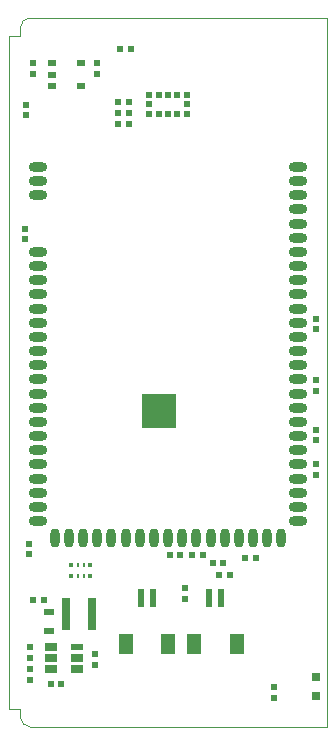
<source format=gtp>
G04*
G04 #@! TF.GenerationSoftware,Altium Limited,Altium Designer,21.0.8 (223)*
G04*
G04 Layer_Color=8421504*
%FSLAX44Y44*%
%MOMM*%
G71*
G04*
G04 #@! TF.SameCoordinates,BC6D3639-D4A0-4107-B96B-A8576DDDF865*
G04*
G04*
G04 #@! TF.FilePolarity,Positive*
G04*
G01*
G75*
%ADD13C,0.1000*%
G04:AMPARAMS|DCode=18|XSize=1.6mm|YSize=0.8mm|CornerRadius=0.4mm|HoleSize=0mm|Usage=FLASHONLY|Rotation=0.000|XOffset=0mm|YOffset=0mm|HoleType=Round|Shape=RoundedRectangle|*
%AMROUNDEDRECTD18*
21,1,1.6000,0.0000,0,0,0.0*
21,1,0.8000,0.8000,0,0,0.0*
1,1,0.8000,0.4000,0.0000*
1,1,0.8000,-0.4000,0.0000*
1,1,0.8000,-0.4000,0.0000*
1,1,0.8000,0.4000,0.0000*
%
%ADD18ROUNDEDRECTD18*%
G04:AMPARAMS|DCode=19|XSize=0.8mm|YSize=1.6mm|CornerRadius=0.4mm|HoleSize=0mm|Usage=FLASHONLY|Rotation=0.000|XOffset=0mm|YOffset=0mm|HoleType=Round|Shape=RoundedRectangle|*
%AMROUNDEDRECTD19*
21,1,0.8000,0.8000,0,0,0.0*
21,1,0.0000,1.6000,0,0,0.0*
1,1,0.8000,0.0000,-0.4000*
1,1,0.8000,0.0000,-0.4000*
1,1,0.8000,0.0000,0.4000*
1,1,0.8000,0.0000,0.4000*
%
%ADD19ROUNDEDRECTD19*%
%ADD20R,3.0000X3.0000*%
%ADD21R,0.5500X0.5500*%
%ADD22R,0.7000X0.7000*%
%ADD23R,0.5500X0.5500*%
%ADD24R,0.3500X0.4500*%
%ADD25R,0.2500X0.4500*%
%ADD26R,0.9500X0.5500*%
%ADD27R,1.2000X1.8000*%
%ADD28R,0.6000X1.5500*%
%ADD29R,0.8000X0.5500*%
%ADD30R,1.0600X0.6500*%
%ADD31R,1.0600X0.6000*%
%ADD32R,0.8000X2.7000*%
%ADD33R,0.5000X0.5000*%
D13*
X10000Y8000D02*
G03*
X18000Y0I8000J0D01*
G01*
Y600000D02*
G03*
X10000Y592000I0J-8000D01*
G01*
Y8000D02*
Y15000D01*
X18000Y-0D02*
X270000Y0D01*
X10000Y585000D02*
Y592000D01*
X18000Y600000D02*
X270000D01*
X-0Y585000D02*
X-0Y15000D01*
X0Y585000D02*
X10000D01*
X0Y15000D02*
X10000D01*
X270000Y0D02*
Y330000D01*
Y600000D01*
D18*
X25000Y474000D02*
D03*
Y462000D02*
D03*
Y450000D02*
D03*
X245000Y174000D02*
D03*
Y186000D02*
D03*
Y210000D02*
D03*
Y234000D02*
D03*
Y270000D02*
D03*
Y294000D02*
D03*
Y330000D02*
D03*
Y354000D02*
D03*
Y378000D02*
D03*
Y390000D02*
D03*
Y414000D02*
D03*
Y438000D02*
D03*
Y450000D02*
D03*
Y474000D02*
D03*
Y198000D02*
D03*
Y222000D02*
D03*
Y282000D02*
D03*
Y258000D02*
D03*
Y246000D02*
D03*
Y306000D02*
D03*
Y366000D02*
D03*
Y318000D02*
D03*
Y342000D02*
D03*
Y402000D02*
D03*
Y426000D02*
D03*
Y462000D02*
D03*
X25000Y174000D02*
D03*
Y186000D02*
D03*
Y210000D02*
D03*
Y234000D02*
D03*
Y270000D02*
D03*
Y294000D02*
D03*
Y330000D02*
D03*
Y354000D02*
D03*
Y378000D02*
D03*
Y390000D02*
D03*
Y222000D02*
D03*
Y198000D02*
D03*
Y306000D02*
D03*
Y246000D02*
D03*
Y258000D02*
D03*
Y282000D02*
D03*
Y342000D02*
D03*
Y318000D02*
D03*
Y366000D02*
D03*
Y402000D02*
D03*
D19*
X39000Y160000D02*
D03*
X51000D02*
D03*
X75000D02*
D03*
X99000D02*
D03*
X135000D02*
D03*
X159000D02*
D03*
X195000D02*
D03*
X219000D02*
D03*
X87000D02*
D03*
X63000D02*
D03*
X123000D02*
D03*
X111000D02*
D03*
X147000D02*
D03*
X171000D02*
D03*
X231000D02*
D03*
X207000D02*
D03*
X183000D02*
D03*
D20*
X127000Y267000D02*
D03*
D21*
X225000Y24500D02*
D03*
Y33500D02*
D03*
X260000Y336500D02*
D03*
Y345500D02*
D03*
X17000Y155000D02*
D03*
Y146000D02*
D03*
X18000Y58500D02*
D03*
Y67500D02*
D03*
X149000Y117500D02*
D03*
Y108500D02*
D03*
X15000Y526500D02*
D03*
Y517500D02*
D03*
X260000Y222000D02*
D03*
Y213000D02*
D03*
Y251500D02*
D03*
Y242500D02*
D03*
Y293500D02*
D03*
Y284500D02*
D03*
X14000Y412500D02*
D03*
Y421500D02*
D03*
X21000Y561500D02*
D03*
Y552500D02*
D03*
X75000Y561500D02*
D03*
Y552500D02*
D03*
X93000Y519500D02*
D03*
Y528500D02*
D03*
X102000Y519500D02*
D03*
Y528500D02*
D03*
X18000Y39500D02*
D03*
Y48500D02*
D03*
X73000Y61500D02*
D03*
Y52500D02*
D03*
D22*
X260000Y42250D02*
D03*
Y25750D02*
D03*
D23*
X93000Y510000D02*
D03*
X102000D02*
D03*
X103500Y574000D02*
D03*
X94500D02*
D03*
X20750Y107250D02*
D03*
X29750D02*
D03*
X181750Y138500D02*
D03*
X172750D02*
D03*
X187500Y128000D02*
D03*
X178500D02*
D03*
X209500Y143000D02*
D03*
X200500D02*
D03*
X164500Y145000D02*
D03*
X155500D02*
D03*
X145500D02*
D03*
X136500D02*
D03*
X44500Y36000D02*
D03*
X35500D02*
D03*
D24*
X69000Y136750D02*
D03*
Y127250D02*
D03*
X53000Y136750D02*
D03*
Y127250D02*
D03*
D25*
X63500D02*
D03*
Y136750D02*
D03*
X58500D02*
D03*
Y127250D02*
D03*
D26*
X34000Y81000D02*
D03*
Y97000D02*
D03*
D27*
X135000Y70000D02*
D03*
X99000D02*
D03*
X157000D02*
D03*
X193000D02*
D03*
D28*
X122000Y108750D02*
D03*
X112000D02*
D03*
X170000D02*
D03*
X180000D02*
D03*
D29*
X61000Y561500D02*
D03*
X37000Y552000D02*
D03*
X61000Y542500D02*
D03*
X37000Y561500D02*
D03*
Y542500D02*
D03*
D30*
X36000Y67500D02*
D03*
Y48500D02*
D03*
X58000D02*
D03*
Y58000D02*
D03*
X36000D02*
D03*
D31*
X58000Y67500D02*
D03*
D32*
X49000Y95000D02*
D03*
X71000D02*
D03*
D33*
X151000Y527000D02*
D03*
X119000D02*
D03*
Y519000D02*
D03*
X127000D02*
D03*
X151000D02*
D03*
X143000D02*
D03*
X135000D02*
D03*
Y535000D02*
D03*
X143000D02*
D03*
X151000D02*
D03*
X127000D02*
D03*
X119000D02*
D03*
M02*

</source>
